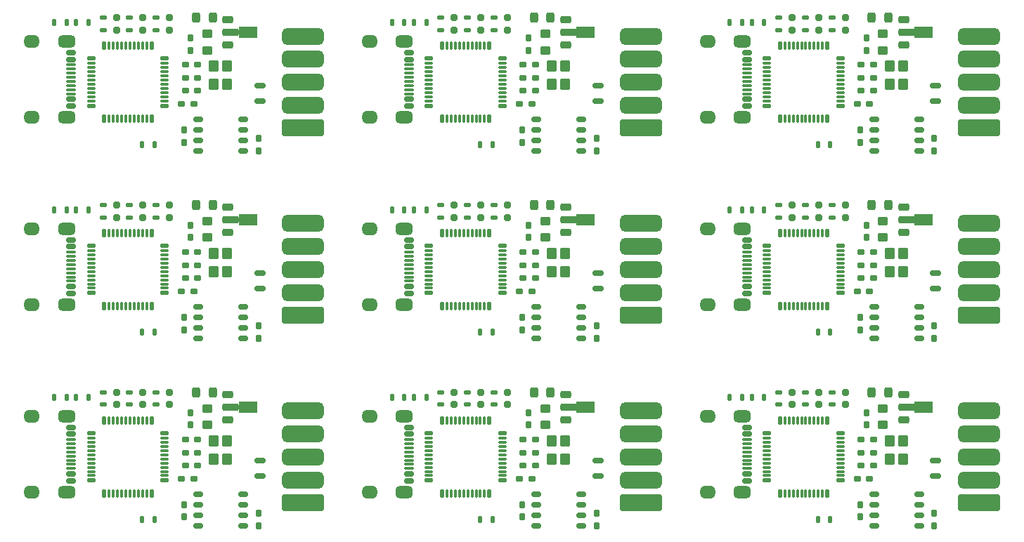
<source format=gtp>
%TF.GenerationSoftware,KiCad,Pcbnew,7.0.5*%
%TF.CreationDate,2023-06-23T14:23:01+02:00*%
%TF.ProjectId,candleLightfd-S01_3x3,63616e64-6c65-44c6-9967-687466642d53,R01*%
%TF.SameCoordinates,PX54d44f0PY5fbfb80*%
%TF.FileFunction,Paste,Top*%
%TF.FilePolarity,Positive*%
%FSLAX46Y46*%
G04 Gerber Fmt 4.6, Leading zero omitted, Abs format (unit mm)*
G04 Created by KiCad (PCBNEW 7.0.5) date 2023-06-23 14:23:01*
%MOMM*%
%LPD*%
G01*
G04 APERTURE LIST*
G04 Aperture macros list*
%AMRoundRect*
0 Rectangle with rounded corners*
0 $1 Rounding radius*
0 $2 $3 $4 $5 $6 $7 $8 $9 X,Y pos of 4 corners*
0 Add a 4 corners polygon primitive as box body*
4,1,4,$2,$3,$4,$5,$6,$7,$8,$9,$2,$3,0*
0 Add four circle primitives for the rounded corners*
1,1,$1+$1,$2,$3*
1,1,$1+$1,$4,$5*
1,1,$1+$1,$6,$7*
1,1,$1+$1,$8,$9*
0 Add four rect primitives between the rounded corners*
20,1,$1+$1,$2,$3,$4,$5,0*
20,1,$1+$1,$4,$5,$6,$7,0*
20,1,$1+$1,$6,$7,$8,$9,0*
20,1,$1+$1,$8,$9,$2,$3,0*%
G04 Aperture macros list end*
%ADD10RoundRect,0.125000X0.125000X0.325000X-0.125000X0.325000X-0.125000X-0.325000X0.125000X-0.325000X0*%
%ADD11RoundRect,0.187500X0.212500X0.187500X-0.212500X0.187500X-0.212500X-0.187500X0.212500X-0.187500X0*%
%ADD12RoundRect,0.125000X-0.325000X0.125000X-0.325000X-0.125000X0.325000X-0.125000X0.325000X0.125000X0*%
%ADD13RoundRect,0.499500X-0.550500X0.250500X-0.550500X-0.250500X0.550500X-0.250500X0.550500X0.250500X0*%
%ADD14RoundRect,0.499500X-0.400500X0.250500X-0.400500X-0.250500X0.400500X-0.250500X0.400500X0.250500X0*%
%ADD15RoundRect,0.150000X-0.425000X0.150000X-0.425000X-0.150000X0.425000X-0.150000X0.425000X0.150000X0*%
%ADD16RoundRect,0.075000X-0.500000X0.075000X-0.500000X-0.075000X0.500000X-0.075000X0.500000X0.075000X0*%
%ADD17RoundRect,0.200000X-2.300000X0.800000X-2.300000X-0.800000X2.300000X-0.800000X2.300000X0.800000X0*%
%ADD18RoundRect,0.500000X-2.000000X0.500000X-2.000000X-0.500000X2.000000X-0.500000X2.000000X0.500000X0*%
%ADD19RoundRect,0.187500X0.187500X-0.212500X0.187500X0.212500X-0.187500X0.212500X-0.187500X-0.212500X0*%
%ADD20RoundRect,0.187500X-0.212500X-0.187500X0.212500X-0.187500X0.212500X0.187500X-0.212500X0.187500X0*%
%ADD21RoundRect,0.150000X-0.420000X-0.150000X0.420000X-0.150000X0.420000X0.150000X-0.420000X0.150000X0*%
%ADD22RoundRect,0.199390X-0.199390X0.199390X-0.199390X-0.199390X0.199390X-0.199390X0.199390X0.199390X0*%
%ADD23RoundRect,0.125000X-0.125000X-0.325000X0.125000X-0.325000X0.125000X0.325000X-0.125000X0.325000X0*%
%ADD24RoundRect,0.250000X0.375000X-0.250000X0.375000X0.250000X-0.375000X0.250000X-0.375000X-0.250000X0*%
%ADD25RoundRect,0.115000X-0.460000X0.585000X-0.460000X-0.585000X0.460000X-0.585000X0.460000X0.585000X0*%
%ADD26RoundRect,0.125000X0.125000X-0.375000X0.125000X0.375000X-0.125000X0.375000X-0.125000X-0.375000X0*%
%ADD27RoundRect,0.070000X0.070000X-0.430000X0.070000X0.430000X-0.070000X0.430000X-0.070000X-0.430000X0*%
%ADD28RoundRect,0.125000X-0.375000X-0.125000X0.375000X-0.125000X0.375000X0.125000X-0.375000X0.125000X0*%
%ADD29RoundRect,0.125000X0.375000X0.125000X-0.375000X0.125000X-0.375000X-0.125000X0.375000X-0.125000X0*%
%ADD30RoundRect,0.070000X-0.430000X-0.070000X0.430000X-0.070000X0.430000X0.070000X-0.430000X0.070000X0*%
%ADD31RoundRect,0.070000X0.430000X0.070000X-0.430000X0.070000X-0.430000X-0.070000X0.430000X-0.070000X0*%
%ADD32RoundRect,0.125000X-0.125000X0.375000X-0.125000X-0.375000X0.125000X-0.375000X0.125000X0.375000X0*%
%ADD33RoundRect,0.070000X-0.070000X0.430000X-0.070000X-0.430000X0.070000X-0.430000X0.070000X0.430000X0*%
%ADD34RoundRect,0.225000X-0.425000X-0.225000X0.425000X-0.225000X0.425000X0.225000X-0.425000X0.225000X0*%
%ADD35RoundRect,0.225000X-0.775000X-0.225000X0.775000X-0.225000X0.775000X0.225000X-0.775000X0.225000X0*%
%ADD36RoundRect,0.000000X-1.093750X-0.606550X1.093750X-0.606550X1.093750X0.606550X-1.093750X0.606550X0*%
%ADD37RoundRect,0.175000X-0.475000X0.175000X-0.475000X-0.175000X0.475000X-0.175000X0.475000X0.175000X0*%
%ADD38RoundRect,0.250000X0.250000X0.375000X-0.250000X0.375000X-0.250000X-0.375000X0.250000X-0.375000X0*%
G04 APERTURE END LIST*
D10*
%TO.C,R2*%
X90650000Y70000000D03*
X89150000Y70000000D03*
%TD*%
D11*
%TO.C,C2*%
X22400000Y42300000D03*
X20900000Y42300000D03*
%TD*%
D12*
%TO.C,R5*%
X11000000Y25400000D03*
X11000000Y23900000D03*
%TD*%
%TO.C,R3*%
X95600000Y70600000D03*
X95600000Y69100000D03*
%TD*%
D13*
%TO.C,X1*%
X6605000Y67710000D03*
D14*
X2425000Y67710000D03*
D13*
X6605000Y58590000D03*
D14*
X2425000Y58590000D03*
D15*
X7180000Y66350000D03*
X7180000Y65550000D03*
D16*
X7180000Y64400000D03*
X7180000Y63400000D03*
X7180000Y62900000D03*
X7180000Y61900000D03*
D15*
X7180000Y59950000D03*
X7180000Y60750000D03*
D16*
X7180000Y61400000D03*
X7180000Y62400000D03*
X7180000Y63900000D03*
X7180000Y64900000D03*
%TD*%
D17*
%TO.C,X2*%
X116500000Y34660000D03*
D18*
X116500000Y37430000D03*
X116500000Y40200000D03*
X116500000Y42970000D03*
X116500000Y45740000D03*
%TD*%
D19*
%TO.C,C3*%
X62250000Y21450000D03*
X62250000Y22950000D03*
%TD*%
%TO.C,C3*%
X62250000Y66650000D03*
X62250000Y68150000D03*
%TD*%
D20*
%TO.C,C4*%
X20450000Y37600000D03*
X21950000Y37600000D03*
%TD*%
D17*
%TO.C,X2*%
X75800000Y34660000D03*
D18*
X75800000Y37430000D03*
X75800000Y40200000D03*
X75800000Y42970000D03*
X75800000Y45740000D03*
%TD*%
D21*
%TO.C,U3*%
X22500000Y35705000D03*
X22500000Y34435000D03*
X22500000Y33165000D03*
X22500000Y31895000D03*
X27900000Y31895000D03*
X27900000Y33165000D03*
X27900000Y34435000D03*
X27900000Y35705000D03*
%TD*%
D22*
%TO.C,D1*%
X56500000Y70599300D03*
X56500000Y69100700D03*
%TD*%
D10*
%TO.C,R6*%
X57900000Y55250000D03*
X56400000Y55250000D03*
%TD*%
D17*
%TO.C,X2*%
X75800000Y12060000D03*
D18*
X75800000Y14830000D03*
X75800000Y17600000D03*
X75800000Y20370000D03*
X75800000Y23140000D03*
%TD*%
D23*
%TO.C,R1*%
X86500000Y47400000D03*
X88000000Y47400000D03*
%TD*%
D24*
%TO.C,C7*%
X64250000Y44050000D03*
X64250000Y46050000D03*
%TD*%
D21*
%TO.C,U3*%
X63200000Y58305000D03*
X63200000Y57035000D03*
X63200000Y55765000D03*
X63200000Y54495000D03*
X68600000Y54495000D03*
X68600000Y55765000D03*
X68600000Y57035000D03*
X68600000Y58305000D03*
%TD*%
D20*
%TO.C,C4*%
X101850000Y60200000D03*
X103350000Y60200000D03*
%TD*%
D11*
%TO.C,C1*%
X63100000Y63300000D03*
X61600000Y63300000D03*
%TD*%
D25*
%TO.C,Y1*%
X105750000Y19550000D03*
X105750000Y17350000D03*
X107350000Y17350000D03*
X107350000Y19550000D03*
%TD*%
D26*
%TO.C,U1*%
X11160000Y13175000D03*
D27*
X11750000Y13175000D03*
X12250000Y13175000D03*
X12750000Y13175000D03*
X13250000Y13175000D03*
X13750000Y13175000D03*
X14250000Y13175000D03*
X14750000Y13175000D03*
X15250000Y13175000D03*
X15750000Y13175000D03*
X16250000Y13175000D03*
D26*
X16840000Y13175000D03*
D28*
X9575000Y14760000D03*
D29*
X18425000Y14760000D03*
D30*
X9575000Y15350000D03*
D31*
X18425000Y15350000D03*
D30*
X9575000Y15850000D03*
D31*
X18425000Y15850000D03*
D30*
X9575000Y16350000D03*
D31*
X18425000Y16350000D03*
D30*
X9575000Y16850000D03*
D31*
X18425000Y16850000D03*
D30*
X9575000Y17350000D03*
D31*
X18425000Y17350000D03*
D30*
X9575000Y17850000D03*
D31*
X18425000Y17850000D03*
D30*
X9575000Y18350000D03*
D31*
X18425000Y18350000D03*
D30*
X9575000Y18850000D03*
D31*
X18425000Y18850000D03*
D30*
X9575000Y19350000D03*
D31*
X18425000Y19350000D03*
D30*
X9575000Y19850000D03*
D31*
X18425000Y19850000D03*
D28*
X9575000Y20440000D03*
D29*
X18425000Y20440000D03*
D32*
X11160000Y22025000D03*
D33*
X11750000Y22025000D03*
X12250000Y22025000D03*
X12750000Y22025000D03*
X13250000Y22025000D03*
X13750000Y22025000D03*
X14250000Y22025000D03*
X14750000Y22025000D03*
X15250000Y22025000D03*
X15750000Y22025000D03*
X16250000Y22025000D03*
D32*
X16840000Y22025000D03*
%TD*%
D11*
%TO.C,C2*%
X103800000Y42300000D03*
X102300000Y42300000D03*
%TD*%
D12*
%TO.C,R4*%
X98800000Y70600000D03*
X98800000Y69100000D03*
%TD*%
D11*
%TO.C,C2*%
X103800000Y64900000D03*
X102300000Y64900000D03*
%TD*%
D34*
%TO.C,U2*%
X66750000Y25100000D03*
D35*
X67100000Y23600000D03*
D36*
X69137500Y23600000D03*
D34*
X66750000Y22100000D03*
%TD*%
D22*
%TO.C,D2*%
X19000000Y25399300D03*
X19000000Y23900700D03*
%TD*%
D12*
%TO.C,R5*%
X92400000Y25400000D03*
X92400000Y23900000D03*
%TD*%
D25*
%TO.C,Y1*%
X65050000Y19550000D03*
X65050000Y17350000D03*
X66650000Y17350000D03*
X66650000Y19550000D03*
%TD*%
D10*
%TO.C,R2*%
X9250000Y24800000D03*
X7750000Y24800000D03*
%TD*%
D21*
%TO.C,U3*%
X63200000Y13105000D03*
X63200000Y11835000D03*
X63200000Y10565000D03*
X63200000Y9295000D03*
X68600000Y9295000D03*
X68600000Y10565000D03*
X68600000Y11835000D03*
X68600000Y13105000D03*
%TD*%
D34*
%TO.C,U2*%
X26050000Y70300000D03*
D35*
X26400000Y68800000D03*
D36*
X28437500Y68800000D03*
D34*
X26050000Y67300000D03*
%TD*%
D22*
%TO.C,D2*%
X100400000Y25399300D03*
X100400000Y23900700D03*
%TD*%
D37*
%TO.C,R7*%
X29900000Y62400000D03*
X29900000Y60500000D03*
%TD*%
D10*
%TO.C,R6*%
X17200000Y55250000D03*
X15700000Y55250000D03*
%TD*%
%TO.C,R2*%
X49950000Y70000000D03*
X48450000Y70000000D03*
%TD*%
D12*
%TO.C,R3*%
X95600000Y25400000D03*
X95600000Y23900000D03*
%TD*%
D22*
%TO.C,D2*%
X59700000Y47999300D03*
X59700000Y46500700D03*
%TD*%
D19*
%TO.C,C3*%
X102950000Y44050000D03*
X102950000Y45550000D03*
%TD*%
D11*
%TO.C,C1*%
X103800000Y18100000D03*
X102300000Y18100000D03*
%TD*%
D34*
%TO.C,U2*%
X26050000Y47700000D03*
D35*
X26400000Y46200000D03*
D36*
X28437500Y46200000D03*
D34*
X26050000Y44700000D03*
%TD*%
D12*
%TO.C,R4*%
X17400000Y25400000D03*
X17400000Y23900000D03*
%TD*%
D19*
%TO.C,C10*%
X20800000Y32950000D03*
X20800000Y34450000D03*
%TD*%
D12*
%TO.C,R5*%
X92400000Y70600000D03*
X92400000Y69100000D03*
%TD*%
D10*
%TO.C,R6*%
X98600000Y32650000D03*
X97100000Y32650000D03*
%TD*%
D12*
%TO.C,R5*%
X51700000Y70600000D03*
X51700000Y69100000D03*
%TD*%
D21*
%TO.C,U3*%
X22500000Y13105000D03*
X22500000Y11835000D03*
X22500000Y10565000D03*
X22500000Y9295000D03*
X27900000Y9295000D03*
X27900000Y10565000D03*
X27900000Y11835000D03*
X27900000Y13105000D03*
%TD*%
D38*
%TO.C,C6*%
X64900000Y47950000D03*
X62900000Y47950000D03*
%TD*%
D25*
%TO.C,Y1*%
X105750000Y64750000D03*
X105750000Y62550000D03*
X107350000Y62550000D03*
X107350000Y64750000D03*
%TD*%
D22*
%TO.C,D1*%
X15800000Y25399300D03*
X15800000Y23900700D03*
%TD*%
D25*
%TO.C,Y1*%
X65050000Y64750000D03*
X65050000Y62550000D03*
X66650000Y62550000D03*
X66650000Y64750000D03*
%TD*%
D17*
%TO.C,X2*%
X35100000Y57260000D03*
D18*
X35100000Y60030000D03*
X35100000Y62800000D03*
X35100000Y65570000D03*
X35100000Y68340000D03*
%TD*%
D19*
%TO.C,C10*%
X20800000Y55550000D03*
X20800000Y57050000D03*
%TD*%
D12*
%TO.C,R4*%
X58100000Y48000000D03*
X58100000Y46500000D03*
%TD*%
%TO.C,R5*%
X92400000Y48000000D03*
X92400000Y46500000D03*
%TD*%
D22*
%TO.C,D3*%
X53300000Y47999300D03*
X53300000Y46500700D03*
%TD*%
D17*
%TO.C,X2*%
X75800000Y57260000D03*
D18*
X75800000Y60030000D03*
X75800000Y62800000D03*
X75800000Y65570000D03*
X75800000Y68340000D03*
%TD*%
D37*
%TO.C,R7*%
X70600000Y62400000D03*
X70600000Y60500000D03*
%TD*%
%TO.C,R7*%
X111300000Y39800000D03*
X111300000Y37900000D03*
%TD*%
D17*
%TO.C,X2*%
X116500000Y57260000D03*
D18*
X116500000Y60030000D03*
X116500000Y62800000D03*
X116500000Y65570000D03*
X116500000Y68340000D03*
%TD*%
D22*
%TO.C,D3*%
X53300000Y70599300D03*
X53300000Y69100700D03*
%TD*%
D12*
%TO.C,R3*%
X14200000Y70600000D03*
X14200000Y69100000D03*
%TD*%
D37*
%TO.C,R7*%
X29900000Y39800000D03*
X29900000Y37900000D03*
%TD*%
D21*
%TO.C,U3*%
X63200000Y35705000D03*
X63200000Y34435000D03*
X63200000Y33165000D03*
X63200000Y31895000D03*
X68600000Y31895000D03*
X68600000Y33165000D03*
X68600000Y34435000D03*
X68600000Y35705000D03*
%TD*%
D13*
%TO.C,X1*%
X6605000Y22510000D03*
D14*
X2425000Y22510000D03*
D13*
X6605000Y13390000D03*
D14*
X2425000Y13390000D03*
D15*
X7180000Y21150000D03*
X7180000Y20350000D03*
D16*
X7180000Y19200000D03*
X7180000Y18200000D03*
X7180000Y17700000D03*
X7180000Y16700000D03*
D15*
X7180000Y14750000D03*
X7180000Y15550000D03*
D16*
X7180000Y16200000D03*
X7180000Y17200000D03*
X7180000Y18700000D03*
X7180000Y19700000D03*
%TD*%
D34*
%TO.C,U2*%
X107450000Y25100000D03*
D35*
X107800000Y23600000D03*
D36*
X109837500Y23600000D03*
D34*
X107450000Y22100000D03*
%TD*%
D37*
%TO.C,R7*%
X29900000Y17200000D03*
X29900000Y15300000D03*
%TD*%
D24*
%TO.C,C7*%
X104950000Y44050000D03*
X104950000Y46050000D03*
%TD*%
D22*
%TO.C,D2*%
X19000000Y47999300D03*
X19000000Y46500700D03*
%TD*%
D10*
%TO.C,R2*%
X9250000Y47400000D03*
X7750000Y47400000D03*
%TD*%
D20*
%TO.C,C5*%
X102300000Y61750000D03*
X103800000Y61750000D03*
%TD*%
%TO.C,C4*%
X61150000Y37600000D03*
X62650000Y37600000D03*
%TD*%
D19*
%TO.C,C8*%
X29750000Y9300000D03*
X29750000Y10800000D03*
%TD*%
D34*
%TO.C,U2*%
X66750000Y47700000D03*
D35*
X67100000Y46200000D03*
D36*
X69137500Y46200000D03*
D34*
X66750000Y44700000D03*
%TD*%
D17*
%TO.C,X2*%
X35100000Y34660000D03*
D18*
X35100000Y37430000D03*
X35100000Y40200000D03*
X35100000Y42970000D03*
X35100000Y45740000D03*
%TD*%
D26*
%TO.C,U1*%
X92560000Y13175000D03*
D27*
X93150000Y13175000D03*
X93650000Y13175000D03*
X94150000Y13175000D03*
X94650000Y13175000D03*
X95150000Y13175000D03*
X95650000Y13175000D03*
X96150000Y13175000D03*
X96650000Y13175000D03*
X97150000Y13175000D03*
X97650000Y13175000D03*
D26*
X98240000Y13175000D03*
D28*
X90975000Y14760000D03*
D29*
X99825000Y14760000D03*
D30*
X90975000Y15350000D03*
D31*
X99825000Y15350000D03*
D30*
X90975000Y15850000D03*
D31*
X99825000Y15850000D03*
D30*
X90975000Y16350000D03*
D31*
X99825000Y16350000D03*
D30*
X90975000Y16850000D03*
D31*
X99825000Y16850000D03*
D30*
X90975000Y17350000D03*
D31*
X99825000Y17350000D03*
D30*
X90975000Y17850000D03*
D31*
X99825000Y17850000D03*
D30*
X90975000Y18350000D03*
D31*
X99825000Y18350000D03*
D30*
X90975000Y18850000D03*
D31*
X99825000Y18850000D03*
D30*
X90975000Y19350000D03*
D31*
X99825000Y19350000D03*
D30*
X90975000Y19850000D03*
D31*
X99825000Y19850000D03*
D28*
X90975000Y20440000D03*
D29*
X99825000Y20440000D03*
D32*
X92560000Y22025000D03*
D33*
X93150000Y22025000D03*
X93650000Y22025000D03*
X94150000Y22025000D03*
X94650000Y22025000D03*
X95150000Y22025000D03*
X95650000Y22025000D03*
X96150000Y22025000D03*
X96650000Y22025000D03*
X97150000Y22025000D03*
X97650000Y22025000D03*
D32*
X98240000Y22025000D03*
%TD*%
D19*
%TO.C,C3*%
X21550000Y44050000D03*
X21550000Y45550000D03*
%TD*%
D37*
%TO.C,R7*%
X70600000Y39800000D03*
X70600000Y37900000D03*
%TD*%
D38*
%TO.C,C6*%
X105600000Y47950000D03*
X103600000Y47950000D03*
%TD*%
D12*
%TO.C,R3*%
X54900000Y70600000D03*
X54900000Y69100000D03*
%TD*%
D10*
%TO.C,R6*%
X17200000Y32650000D03*
X15700000Y32650000D03*
%TD*%
D21*
%TO.C,U3*%
X22500000Y58305000D03*
X22500000Y57035000D03*
X22500000Y55765000D03*
X22500000Y54495000D03*
X27900000Y54495000D03*
X27900000Y55765000D03*
X27900000Y57035000D03*
X27900000Y58305000D03*
%TD*%
D22*
%TO.C,D2*%
X59700000Y25399300D03*
X59700000Y23900700D03*
%TD*%
D12*
%TO.C,R4*%
X17400000Y70600000D03*
X17400000Y69100000D03*
%TD*%
D37*
%TO.C,R7*%
X70600000Y17200000D03*
X70600000Y15300000D03*
%TD*%
D20*
%TO.C,C5*%
X102300000Y16550000D03*
X103800000Y16550000D03*
%TD*%
D10*
%TO.C,R6*%
X57900000Y10050000D03*
X56400000Y10050000D03*
%TD*%
D19*
%TO.C,C10*%
X102200000Y10350000D03*
X102200000Y11850000D03*
%TD*%
D20*
%TO.C,C5*%
X20900000Y16550000D03*
X22400000Y16550000D03*
%TD*%
D21*
%TO.C,U3*%
X103900000Y58305000D03*
X103900000Y57035000D03*
X103900000Y55765000D03*
X103900000Y54495000D03*
X109300000Y54495000D03*
X109300000Y55765000D03*
X109300000Y57035000D03*
X109300000Y58305000D03*
%TD*%
D12*
%TO.C,R4*%
X17400000Y48000000D03*
X17400000Y46500000D03*
%TD*%
D20*
%TO.C,C5*%
X102300000Y39150000D03*
X103800000Y39150000D03*
%TD*%
D11*
%TO.C,C1*%
X22400000Y18100000D03*
X20900000Y18100000D03*
%TD*%
D13*
%TO.C,X1*%
X88005000Y45110000D03*
D14*
X83825000Y45110000D03*
D13*
X88005000Y35990000D03*
D14*
X83825000Y35990000D03*
D15*
X88580000Y43750000D03*
X88580000Y42950000D03*
D16*
X88580000Y41800000D03*
X88580000Y40800000D03*
X88580000Y40300000D03*
X88580000Y39300000D03*
D15*
X88580000Y37350000D03*
X88580000Y38150000D03*
D16*
X88580000Y38800000D03*
X88580000Y39800000D03*
X88580000Y41300000D03*
X88580000Y42300000D03*
%TD*%
D38*
%TO.C,C6*%
X64900000Y70550000D03*
X62900000Y70550000D03*
%TD*%
D22*
%TO.C,D1*%
X56500000Y25399300D03*
X56500000Y23900700D03*
%TD*%
D12*
%TO.C,R5*%
X51700000Y48000000D03*
X51700000Y46500000D03*
%TD*%
D20*
%TO.C,C5*%
X20900000Y61750000D03*
X22400000Y61750000D03*
%TD*%
D22*
%TO.C,D3*%
X12600000Y47999300D03*
X12600000Y46500700D03*
%TD*%
D19*
%TO.C,C3*%
X102950000Y21450000D03*
X102950000Y22950000D03*
%TD*%
D20*
%TO.C,C4*%
X61150000Y15000000D03*
X62650000Y15000000D03*
%TD*%
D38*
%TO.C,C6*%
X24200000Y25350000D03*
X22200000Y25350000D03*
%TD*%
D13*
%TO.C,X1*%
X47305000Y22510000D03*
D14*
X43125000Y22510000D03*
D13*
X47305000Y13390000D03*
D14*
X43125000Y13390000D03*
D15*
X47880000Y21150000D03*
X47880000Y20350000D03*
D16*
X47880000Y19200000D03*
X47880000Y18200000D03*
X47880000Y17700000D03*
X47880000Y16700000D03*
D15*
X47880000Y14750000D03*
X47880000Y15550000D03*
D16*
X47880000Y16200000D03*
X47880000Y17200000D03*
X47880000Y18700000D03*
X47880000Y19700000D03*
%TD*%
D22*
%TO.C,D3*%
X94000000Y47999300D03*
X94000000Y46500700D03*
%TD*%
D13*
%TO.C,X1*%
X47305000Y67710000D03*
D14*
X43125000Y67710000D03*
D13*
X47305000Y58590000D03*
D14*
X43125000Y58590000D03*
D15*
X47880000Y66350000D03*
X47880000Y65550000D03*
D16*
X47880000Y64400000D03*
X47880000Y63400000D03*
X47880000Y62900000D03*
X47880000Y61900000D03*
D15*
X47880000Y59950000D03*
X47880000Y60750000D03*
D16*
X47880000Y61400000D03*
X47880000Y62400000D03*
X47880000Y63900000D03*
X47880000Y64900000D03*
%TD*%
D13*
%TO.C,X1*%
X6605000Y45110000D03*
D14*
X2425000Y45110000D03*
D13*
X6605000Y35990000D03*
D14*
X2425000Y35990000D03*
D15*
X7180000Y43750000D03*
X7180000Y42950000D03*
D16*
X7180000Y41800000D03*
X7180000Y40800000D03*
X7180000Y40300000D03*
X7180000Y39300000D03*
D15*
X7180000Y37350000D03*
X7180000Y38150000D03*
D16*
X7180000Y38800000D03*
X7180000Y39800000D03*
X7180000Y41300000D03*
X7180000Y42300000D03*
%TD*%
D10*
%TO.C,R2*%
X90650000Y47400000D03*
X89150000Y47400000D03*
%TD*%
D12*
%TO.C,R4*%
X98800000Y25400000D03*
X98800000Y23900000D03*
%TD*%
D25*
%TO.C,Y1*%
X24350000Y64750000D03*
X24350000Y62550000D03*
X25950000Y62550000D03*
X25950000Y64750000D03*
%TD*%
D11*
%TO.C,C1*%
X22400000Y63300000D03*
X20900000Y63300000D03*
%TD*%
D20*
%TO.C,C4*%
X101850000Y15000000D03*
X103350000Y15000000D03*
%TD*%
D11*
%TO.C,C1*%
X103800000Y40700000D03*
X102300000Y40700000D03*
%TD*%
D34*
%TO.C,U2*%
X107450000Y70300000D03*
D35*
X107800000Y68800000D03*
D36*
X109837500Y68800000D03*
D34*
X107450000Y67300000D03*
%TD*%
D11*
%TO.C,C2*%
X63100000Y42300000D03*
X61600000Y42300000D03*
%TD*%
D19*
%TO.C,C3*%
X21550000Y21450000D03*
X21550000Y22950000D03*
%TD*%
D24*
%TO.C,C7*%
X104950000Y21450000D03*
X104950000Y23450000D03*
%TD*%
D11*
%TO.C,C2*%
X63100000Y19700000D03*
X61600000Y19700000D03*
%TD*%
D20*
%TO.C,C5*%
X61600000Y16550000D03*
X63100000Y16550000D03*
%TD*%
D22*
%TO.C,D3*%
X94000000Y70599300D03*
X94000000Y69100700D03*
%TD*%
D12*
%TO.C,R3*%
X54900000Y25400000D03*
X54900000Y23900000D03*
%TD*%
D26*
%TO.C,U1*%
X11160000Y58375000D03*
D27*
X11750000Y58375000D03*
X12250000Y58375000D03*
X12750000Y58375000D03*
X13250000Y58375000D03*
X13750000Y58375000D03*
X14250000Y58375000D03*
X14750000Y58375000D03*
X15250000Y58375000D03*
X15750000Y58375000D03*
X16250000Y58375000D03*
D26*
X16840000Y58375000D03*
D28*
X9575000Y59960000D03*
D29*
X18425000Y59960000D03*
D30*
X9575000Y60550000D03*
D31*
X18425000Y60550000D03*
D30*
X9575000Y61050000D03*
D31*
X18425000Y61050000D03*
D30*
X9575000Y61550000D03*
D31*
X18425000Y61550000D03*
D30*
X9575000Y62050000D03*
D31*
X18425000Y62050000D03*
D30*
X9575000Y62550000D03*
D31*
X18425000Y62550000D03*
D30*
X9575000Y63050000D03*
D31*
X18425000Y63050000D03*
D30*
X9575000Y63550000D03*
D31*
X18425000Y63550000D03*
D30*
X9575000Y64050000D03*
D31*
X18425000Y64050000D03*
D30*
X9575000Y64550000D03*
D31*
X18425000Y64550000D03*
D30*
X9575000Y65050000D03*
D31*
X18425000Y65050000D03*
D28*
X9575000Y65640000D03*
D29*
X18425000Y65640000D03*
D32*
X11160000Y67225000D03*
D33*
X11750000Y67225000D03*
X12250000Y67225000D03*
X12750000Y67225000D03*
X13250000Y67225000D03*
X13750000Y67225000D03*
X14250000Y67225000D03*
X14750000Y67225000D03*
X15250000Y67225000D03*
X15750000Y67225000D03*
X16250000Y67225000D03*
D32*
X16840000Y67225000D03*
%TD*%
D17*
%TO.C,X2*%
X35100000Y12060000D03*
D18*
X35100000Y14830000D03*
X35100000Y17600000D03*
X35100000Y20370000D03*
X35100000Y23140000D03*
%TD*%
D22*
%TO.C,D3*%
X12600000Y70599300D03*
X12600000Y69100700D03*
%TD*%
%TO.C,D3*%
X12600000Y25399300D03*
X12600000Y23900700D03*
%TD*%
D34*
%TO.C,U2*%
X107450000Y47700000D03*
D35*
X107800000Y46200000D03*
D36*
X109837500Y46200000D03*
D34*
X107450000Y44700000D03*
%TD*%
D23*
%TO.C,R1*%
X45800000Y70000000D03*
X47300000Y70000000D03*
%TD*%
D12*
%TO.C,R4*%
X98800000Y48000000D03*
X98800000Y46500000D03*
%TD*%
D22*
%TO.C,D1*%
X15800000Y70599300D03*
X15800000Y69100700D03*
%TD*%
D11*
%TO.C,C2*%
X22400000Y64900000D03*
X20900000Y64900000D03*
%TD*%
D10*
%TO.C,R6*%
X98600000Y10050000D03*
X97100000Y10050000D03*
%TD*%
D20*
%TO.C,C5*%
X61600000Y61750000D03*
X63100000Y61750000D03*
%TD*%
D17*
%TO.C,X2*%
X116500000Y12060000D03*
D18*
X116500000Y14830000D03*
X116500000Y17600000D03*
X116500000Y20370000D03*
X116500000Y23140000D03*
%TD*%
D22*
%TO.C,D2*%
X19000000Y70599300D03*
X19000000Y69100700D03*
%TD*%
D20*
%TO.C,C4*%
X20450000Y15000000D03*
X21950000Y15000000D03*
%TD*%
D24*
%TO.C,C7*%
X23550000Y44050000D03*
X23550000Y46050000D03*
%TD*%
D12*
%TO.C,R3*%
X14200000Y48000000D03*
X14200000Y46500000D03*
%TD*%
D23*
%TO.C,R1*%
X86500000Y24800000D03*
X88000000Y24800000D03*
%TD*%
D20*
%TO.C,C5*%
X20900000Y39150000D03*
X22400000Y39150000D03*
%TD*%
D10*
%TO.C,R2*%
X49950000Y47400000D03*
X48450000Y47400000D03*
%TD*%
D23*
%TO.C,R1*%
X45800000Y24800000D03*
X47300000Y24800000D03*
%TD*%
%TO.C,R1*%
X86500000Y70000000D03*
X88000000Y70000000D03*
%TD*%
D38*
%TO.C,C6*%
X24200000Y70550000D03*
X22200000Y70550000D03*
%TD*%
D19*
%TO.C,C10*%
X20800000Y10350000D03*
X20800000Y11850000D03*
%TD*%
D25*
%TO.C,Y1*%
X105750000Y42150000D03*
X105750000Y39950000D03*
X107350000Y39950000D03*
X107350000Y42150000D03*
%TD*%
D26*
%TO.C,U1*%
X51860000Y13175000D03*
D27*
X52450000Y13175000D03*
X52950000Y13175000D03*
X53450000Y13175000D03*
X53950000Y13175000D03*
X54450000Y13175000D03*
X54950000Y13175000D03*
X55450000Y13175000D03*
X55950000Y13175000D03*
X56450000Y13175000D03*
X56950000Y13175000D03*
D26*
X57540000Y13175000D03*
D28*
X50275000Y14760000D03*
D29*
X59125000Y14760000D03*
D30*
X50275000Y15350000D03*
D31*
X59125000Y15350000D03*
D30*
X50275000Y15850000D03*
D31*
X59125000Y15850000D03*
D30*
X50275000Y16350000D03*
D31*
X59125000Y16350000D03*
D30*
X50275000Y16850000D03*
D31*
X59125000Y16850000D03*
D30*
X50275000Y17350000D03*
D31*
X59125000Y17350000D03*
D30*
X50275000Y17850000D03*
D31*
X59125000Y17850000D03*
D30*
X50275000Y18350000D03*
D31*
X59125000Y18350000D03*
D30*
X50275000Y18850000D03*
D31*
X59125000Y18850000D03*
D30*
X50275000Y19350000D03*
D31*
X59125000Y19350000D03*
D30*
X50275000Y19850000D03*
D31*
X59125000Y19850000D03*
D28*
X50275000Y20440000D03*
D29*
X59125000Y20440000D03*
D32*
X51860000Y22025000D03*
D33*
X52450000Y22025000D03*
X52950000Y22025000D03*
X53450000Y22025000D03*
X53950000Y22025000D03*
X54450000Y22025000D03*
X54950000Y22025000D03*
X55450000Y22025000D03*
X55950000Y22025000D03*
X56450000Y22025000D03*
X56950000Y22025000D03*
D32*
X57540000Y22025000D03*
%TD*%
D23*
%TO.C,R1*%
X5100000Y70000000D03*
X6600000Y70000000D03*
%TD*%
D34*
%TO.C,U2*%
X26050000Y25100000D03*
D35*
X26400000Y23600000D03*
D36*
X28437500Y23600000D03*
D34*
X26050000Y22100000D03*
%TD*%
D19*
%TO.C,C10*%
X61500000Y32950000D03*
X61500000Y34450000D03*
%TD*%
D22*
%TO.C,D3*%
X53300000Y25399300D03*
X53300000Y23900700D03*
%TD*%
D19*
%TO.C,C10*%
X61500000Y55550000D03*
X61500000Y57050000D03*
%TD*%
D20*
%TO.C,C4*%
X61150000Y60200000D03*
X62650000Y60200000D03*
%TD*%
D19*
%TO.C,C8*%
X29750000Y31900000D03*
X29750000Y33400000D03*
%TD*%
D10*
%TO.C,R6*%
X17200000Y10050000D03*
X15700000Y10050000D03*
%TD*%
D13*
%TO.C,X1*%
X88005000Y22510000D03*
D14*
X83825000Y22510000D03*
D13*
X88005000Y13390000D03*
D14*
X83825000Y13390000D03*
D15*
X88580000Y21150000D03*
X88580000Y20350000D03*
D16*
X88580000Y19200000D03*
X88580000Y18200000D03*
X88580000Y17700000D03*
X88580000Y16700000D03*
D15*
X88580000Y14750000D03*
X88580000Y15550000D03*
D16*
X88580000Y16200000D03*
X88580000Y17200000D03*
X88580000Y18700000D03*
X88580000Y19700000D03*
%TD*%
D19*
%TO.C,C3*%
X102950000Y66650000D03*
X102950000Y68150000D03*
%TD*%
D13*
%TO.C,X1*%
X47305000Y45110000D03*
D14*
X43125000Y45110000D03*
D13*
X47305000Y35990000D03*
D14*
X43125000Y35990000D03*
D15*
X47880000Y43750000D03*
X47880000Y42950000D03*
D16*
X47880000Y41800000D03*
X47880000Y40800000D03*
X47880000Y40300000D03*
X47880000Y39300000D03*
D15*
X47880000Y37350000D03*
X47880000Y38150000D03*
D16*
X47880000Y38800000D03*
X47880000Y39800000D03*
X47880000Y41300000D03*
X47880000Y42300000D03*
%TD*%
D10*
%TO.C,R2*%
X9250000Y70000000D03*
X7750000Y70000000D03*
%TD*%
D19*
%TO.C,C8*%
X70450000Y9300000D03*
X70450000Y10800000D03*
%TD*%
%TO.C,C8*%
X111150000Y31900000D03*
X111150000Y33400000D03*
%TD*%
%TO.C,C10*%
X102200000Y32950000D03*
X102200000Y34450000D03*
%TD*%
D38*
%TO.C,C6*%
X105600000Y70550000D03*
X103600000Y70550000D03*
%TD*%
D21*
%TO.C,U3*%
X103900000Y13105000D03*
X103900000Y11835000D03*
X103900000Y10565000D03*
X103900000Y9295000D03*
X109300000Y9295000D03*
X109300000Y10565000D03*
X109300000Y11835000D03*
X109300000Y13105000D03*
%TD*%
D37*
%TO.C,R7*%
X111300000Y17200000D03*
X111300000Y15300000D03*
%TD*%
D12*
%TO.C,R5*%
X11000000Y48000000D03*
X11000000Y46500000D03*
%TD*%
D11*
%TO.C,C2*%
X63100000Y64900000D03*
X61600000Y64900000D03*
%TD*%
D24*
%TO.C,C7*%
X104950000Y66650000D03*
X104950000Y68650000D03*
%TD*%
D10*
%TO.C,R6*%
X57900000Y32650000D03*
X56400000Y32650000D03*
%TD*%
D26*
%TO.C,U1*%
X51860000Y58375000D03*
D27*
X52450000Y58375000D03*
X52950000Y58375000D03*
X53450000Y58375000D03*
X53950000Y58375000D03*
X54450000Y58375000D03*
X54950000Y58375000D03*
X55450000Y58375000D03*
X55950000Y58375000D03*
X56450000Y58375000D03*
X56950000Y58375000D03*
D26*
X57540000Y58375000D03*
D28*
X50275000Y59960000D03*
D29*
X59125000Y59960000D03*
D30*
X50275000Y60550000D03*
D31*
X59125000Y60550000D03*
D30*
X50275000Y61050000D03*
D31*
X59125000Y61050000D03*
D30*
X50275000Y61550000D03*
D31*
X59125000Y61550000D03*
D30*
X50275000Y62050000D03*
D31*
X59125000Y62050000D03*
D30*
X50275000Y62550000D03*
D31*
X59125000Y62550000D03*
D30*
X50275000Y63050000D03*
D31*
X59125000Y63050000D03*
D30*
X50275000Y63550000D03*
D31*
X59125000Y63550000D03*
D30*
X50275000Y64050000D03*
D31*
X59125000Y64050000D03*
D30*
X50275000Y64550000D03*
D31*
X59125000Y64550000D03*
D30*
X50275000Y65050000D03*
D31*
X59125000Y65050000D03*
D28*
X50275000Y65640000D03*
D29*
X59125000Y65640000D03*
D32*
X51860000Y67225000D03*
D33*
X52450000Y67225000D03*
X52950000Y67225000D03*
X53450000Y67225000D03*
X53950000Y67225000D03*
X54450000Y67225000D03*
X54950000Y67225000D03*
X55450000Y67225000D03*
X55950000Y67225000D03*
X56450000Y67225000D03*
X56950000Y67225000D03*
D32*
X57540000Y67225000D03*
%TD*%
D12*
%TO.C,R3*%
X95600000Y48000000D03*
X95600000Y46500000D03*
%TD*%
D23*
%TO.C,R1*%
X5100000Y47400000D03*
X6600000Y47400000D03*
%TD*%
D11*
%TO.C,C1*%
X63100000Y40700000D03*
X61600000Y40700000D03*
%TD*%
D26*
%TO.C,U1*%
X92560000Y35775000D03*
D27*
X93150000Y35775000D03*
X93650000Y35775000D03*
X94150000Y35775000D03*
X94650000Y35775000D03*
X95150000Y35775000D03*
X95650000Y35775000D03*
X96150000Y35775000D03*
X96650000Y35775000D03*
X97150000Y35775000D03*
X97650000Y35775000D03*
D26*
X98240000Y35775000D03*
D28*
X90975000Y37360000D03*
D29*
X99825000Y37360000D03*
D30*
X90975000Y37950000D03*
D31*
X99825000Y37950000D03*
D30*
X90975000Y38450000D03*
D31*
X99825000Y38450000D03*
D30*
X90975000Y38950000D03*
D31*
X99825000Y38950000D03*
D30*
X90975000Y39450000D03*
D31*
X99825000Y39450000D03*
D30*
X90975000Y39950000D03*
D31*
X99825000Y39950000D03*
D30*
X90975000Y40450000D03*
D31*
X99825000Y40450000D03*
D30*
X90975000Y40950000D03*
D31*
X99825000Y40950000D03*
D30*
X90975000Y41450000D03*
D31*
X99825000Y41450000D03*
D30*
X90975000Y41950000D03*
D31*
X99825000Y41950000D03*
D30*
X90975000Y42450000D03*
D31*
X99825000Y42450000D03*
D28*
X90975000Y43040000D03*
D29*
X99825000Y43040000D03*
D32*
X92560000Y44625000D03*
D33*
X93150000Y44625000D03*
X93650000Y44625000D03*
X94150000Y44625000D03*
X94650000Y44625000D03*
X95150000Y44625000D03*
X95650000Y44625000D03*
X96150000Y44625000D03*
X96650000Y44625000D03*
X97150000Y44625000D03*
X97650000Y44625000D03*
D32*
X98240000Y44625000D03*
%TD*%
D38*
%TO.C,C6*%
X24200000Y47950000D03*
X22200000Y47950000D03*
%TD*%
D11*
%TO.C,C1*%
X22400000Y40700000D03*
X20900000Y40700000D03*
%TD*%
D23*
%TO.C,R1*%
X45800000Y47400000D03*
X47300000Y47400000D03*
%TD*%
D19*
%TO.C,C10*%
X61500000Y10350000D03*
X61500000Y11850000D03*
%TD*%
D12*
%TO.C,R3*%
X54900000Y48000000D03*
X54900000Y46500000D03*
%TD*%
D11*
%TO.C,C2*%
X22400000Y19700000D03*
X20900000Y19700000D03*
%TD*%
D19*
%TO.C,C3*%
X62250000Y44050000D03*
X62250000Y45550000D03*
%TD*%
D24*
%TO.C,C7*%
X23550000Y66650000D03*
X23550000Y68650000D03*
%TD*%
D38*
%TO.C,C6*%
X105600000Y25350000D03*
X103600000Y25350000D03*
%TD*%
D20*
%TO.C,C4*%
X20450000Y60200000D03*
X21950000Y60200000D03*
%TD*%
D22*
%TO.C,D1*%
X15800000Y47999300D03*
X15800000Y46500700D03*
%TD*%
D26*
%TO.C,U1*%
X51860000Y35775000D03*
D27*
X52450000Y35775000D03*
X52950000Y35775000D03*
X53450000Y35775000D03*
X53950000Y35775000D03*
X54450000Y35775000D03*
X54950000Y35775000D03*
X55450000Y35775000D03*
X55950000Y35775000D03*
X56450000Y35775000D03*
X56950000Y35775000D03*
D26*
X57540000Y35775000D03*
D28*
X50275000Y37360000D03*
D29*
X59125000Y37360000D03*
D30*
X50275000Y37950000D03*
D31*
X59125000Y37950000D03*
D30*
X50275000Y38450000D03*
D31*
X59125000Y38450000D03*
D30*
X50275000Y38950000D03*
D31*
X59125000Y38950000D03*
D30*
X50275000Y39450000D03*
D31*
X59125000Y39450000D03*
D30*
X50275000Y39950000D03*
D31*
X59125000Y39950000D03*
D30*
X50275000Y40450000D03*
D31*
X59125000Y40450000D03*
D30*
X50275000Y40950000D03*
D31*
X59125000Y40950000D03*
D30*
X50275000Y41450000D03*
D31*
X59125000Y41450000D03*
D30*
X50275000Y41950000D03*
D31*
X59125000Y41950000D03*
D30*
X50275000Y42450000D03*
D31*
X59125000Y42450000D03*
D28*
X50275000Y43040000D03*
D29*
X59125000Y43040000D03*
D32*
X51860000Y44625000D03*
D33*
X52450000Y44625000D03*
X52950000Y44625000D03*
X53450000Y44625000D03*
X53950000Y44625000D03*
X54450000Y44625000D03*
X54950000Y44625000D03*
X55450000Y44625000D03*
X55950000Y44625000D03*
X56450000Y44625000D03*
X56950000Y44625000D03*
D32*
X57540000Y44625000D03*
%TD*%
D12*
%TO.C,R3*%
X14200000Y25400000D03*
X14200000Y23900000D03*
%TD*%
D10*
%TO.C,R2*%
X90650000Y24800000D03*
X89150000Y24800000D03*
%TD*%
D19*
%TO.C,C10*%
X102200000Y55550000D03*
X102200000Y57050000D03*
%TD*%
D22*
%TO.C,D2*%
X100400000Y70599300D03*
X100400000Y69100700D03*
%TD*%
D25*
%TO.C,Y1*%
X24350000Y19550000D03*
X24350000Y17350000D03*
X25950000Y17350000D03*
X25950000Y19550000D03*
%TD*%
D19*
%TO.C,C8*%
X29750000Y54500000D03*
X29750000Y56000000D03*
%TD*%
D25*
%TO.C,Y1*%
X24350000Y42150000D03*
X24350000Y39950000D03*
X25950000Y39950000D03*
X25950000Y42150000D03*
%TD*%
%TO.C,Y1*%
X65050000Y42150000D03*
X65050000Y39950000D03*
X66650000Y39950000D03*
X66650000Y42150000D03*
%TD*%
D38*
%TO.C,C6*%
X64900000Y25350000D03*
X62900000Y25350000D03*
%TD*%
D24*
%TO.C,C7*%
X64250000Y66650000D03*
X64250000Y68650000D03*
%TD*%
D22*
%TO.C,D1*%
X56500000Y47999300D03*
X56500000Y46500700D03*
%TD*%
D12*
%TO.C,R4*%
X58100000Y25400000D03*
X58100000Y23900000D03*
%TD*%
D22*
%TO.C,D1*%
X97200000Y25399300D03*
X97200000Y23900700D03*
%TD*%
D10*
%TO.C,R6*%
X98600000Y55250000D03*
X97100000Y55250000D03*
%TD*%
D20*
%TO.C,C4*%
X101850000Y37600000D03*
X103350000Y37600000D03*
%TD*%
D13*
%TO.C,X1*%
X88005000Y67710000D03*
D14*
X83825000Y67710000D03*
D13*
X88005000Y58590000D03*
D14*
X83825000Y58590000D03*
D15*
X88580000Y66350000D03*
X88580000Y65550000D03*
D16*
X88580000Y64400000D03*
X88580000Y63400000D03*
X88580000Y62900000D03*
X88580000Y61900000D03*
D15*
X88580000Y59950000D03*
X88580000Y60750000D03*
D16*
X88580000Y61400000D03*
X88580000Y62400000D03*
X88580000Y63900000D03*
X88580000Y64900000D03*
%TD*%
D22*
%TO.C,D1*%
X97200000Y70599300D03*
X97200000Y69100700D03*
%TD*%
D11*
%TO.C,C1*%
X63100000Y18100000D03*
X61600000Y18100000D03*
%TD*%
D34*
%TO.C,U2*%
X66750000Y70300000D03*
D35*
X67100000Y68800000D03*
D36*
X69137500Y68800000D03*
D34*
X66750000Y67300000D03*
%TD*%
D23*
%TO.C,R1*%
X5100000Y24800000D03*
X6600000Y24800000D03*
%TD*%
D22*
%TO.C,D2*%
X59700000Y70599300D03*
X59700000Y69100700D03*
%TD*%
D26*
%TO.C,U1*%
X92560000Y58375000D03*
D27*
X93150000Y58375000D03*
X93650000Y58375000D03*
X94150000Y58375000D03*
X94650000Y58375000D03*
X95150000Y58375000D03*
X95650000Y58375000D03*
X96150000Y58375000D03*
X96650000Y58375000D03*
X97150000Y58375000D03*
X97650000Y58375000D03*
D26*
X98240000Y58375000D03*
D28*
X90975000Y59960000D03*
D29*
X99825000Y59960000D03*
D30*
X90975000Y60550000D03*
D31*
X99825000Y60550000D03*
D30*
X90975000Y61050000D03*
D31*
X99825000Y61050000D03*
D30*
X90975000Y61550000D03*
D31*
X99825000Y61550000D03*
D30*
X90975000Y62050000D03*
D31*
X99825000Y62050000D03*
D30*
X90975000Y62550000D03*
D31*
X99825000Y62550000D03*
D30*
X90975000Y63050000D03*
D31*
X99825000Y63050000D03*
D30*
X90975000Y63550000D03*
D31*
X99825000Y63550000D03*
D30*
X90975000Y64050000D03*
D31*
X99825000Y64050000D03*
D30*
X90975000Y64550000D03*
D31*
X99825000Y64550000D03*
D30*
X90975000Y65050000D03*
D31*
X99825000Y65050000D03*
D28*
X90975000Y65640000D03*
D29*
X99825000Y65640000D03*
D32*
X92560000Y67225000D03*
D33*
X93150000Y67225000D03*
X93650000Y67225000D03*
X94150000Y67225000D03*
X94650000Y67225000D03*
X95150000Y67225000D03*
X95650000Y67225000D03*
X96150000Y67225000D03*
X96650000Y67225000D03*
X97150000Y67225000D03*
X97650000Y67225000D03*
D32*
X98240000Y67225000D03*
%TD*%
D12*
%TO.C,R5*%
X11000000Y70600000D03*
X11000000Y69100000D03*
%TD*%
D11*
%TO.C,C2*%
X103800000Y19700000D03*
X102300000Y19700000D03*
%TD*%
D37*
%TO.C,R7*%
X111300000Y62400000D03*
X111300000Y60500000D03*
%TD*%
D19*
%TO.C,C8*%
X70450000Y31900000D03*
X70450000Y33400000D03*
%TD*%
D12*
%TO.C,R5*%
X51700000Y25400000D03*
X51700000Y23900000D03*
%TD*%
D22*
%TO.C,D2*%
X100400000Y47999300D03*
X100400000Y46500700D03*
%TD*%
D24*
%TO.C,C7*%
X64250000Y21450000D03*
X64250000Y23450000D03*
%TD*%
D19*
%TO.C,C8*%
X70450000Y54500000D03*
X70450000Y56000000D03*
%TD*%
D11*
%TO.C,C1*%
X103800000Y63300000D03*
X102300000Y63300000D03*
%TD*%
D22*
%TO.C,D3*%
X94000000Y25399300D03*
X94000000Y23900700D03*
%TD*%
D19*
%TO.C,C3*%
X21550000Y66650000D03*
X21550000Y68150000D03*
%TD*%
D24*
%TO.C,C7*%
X23550000Y21450000D03*
X23550000Y23450000D03*
%TD*%
D19*
%TO.C,C8*%
X111150000Y54500000D03*
X111150000Y56000000D03*
%TD*%
D22*
%TO.C,D1*%
X97200000Y47999300D03*
X97200000Y46500700D03*
%TD*%
D12*
%TO.C,R4*%
X58100000Y70600000D03*
X58100000Y69100000D03*
%TD*%
D10*
%TO.C,R2*%
X49950000Y24800000D03*
X48450000Y24800000D03*
%TD*%
D21*
%TO.C,U3*%
X103900000Y35705000D03*
X103900000Y34435000D03*
X103900000Y33165000D03*
X103900000Y31895000D03*
X109300000Y31895000D03*
X109300000Y33165000D03*
X109300000Y34435000D03*
X109300000Y35705000D03*
%TD*%
D26*
%TO.C,U1*%
X11160000Y35775000D03*
D27*
X11750000Y35775000D03*
X12250000Y35775000D03*
X12750000Y35775000D03*
X13250000Y35775000D03*
X13750000Y35775000D03*
X14250000Y35775000D03*
X14750000Y35775000D03*
X15250000Y35775000D03*
X15750000Y35775000D03*
X16250000Y35775000D03*
D26*
X16840000Y35775000D03*
D28*
X9575000Y37360000D03*
D29*
X18425000Y37360000D03*
D30*
X9575000Y37950000D03*
D31*
X18425000Y37950000D03*
D30*
X9575000Y38450000D03*
D31*
X18425000Y38450000D03*
D30*
X9575000Y38950000D03*
D31*
X18425000Y38950000D03*
D30*
X9575000Y39450000D03*
D31*
X18425000Y39450000D03*
D30*
X9575000Y39950000D03*
D31*
X18425000Y39950000D03*
D30*
X9575000Y40450000D03*
D31*
X18425000Y40450000D03*
D30*
X9575000Y40950000D03*
D31*
X18425000Y40950000D03*
D30*
X9575000Y41450000D03*
D31*
X18425000Y41450000D03*
D30*
X9575000Y41950000D03*
D31*
X18425000Y41950000D03*
D30*
X9575000Y42450000D03*
D31*
X18425000Y42450000D03*
D28*
X9575000Y43040000D03*
D29*
X18425000Y43040000D03*
D32*
X11160000Y44625000D03*
D33*
X11750000Y44625000D03*
X12250000Y44625000D03*
X12750000Y44625000D03*
X13250000Y44625000D03*
X13750000Y44625000D03*
X14250000Y44625000D03*
X14750000Y44625000D03*
X15250000Y44625000D03*
X15750000Y44625000D03*
X16250000Y44625000D03*
D32*
X16840000Y44625000D03*
%TD*%
D20*
%TO.C,C5*%
X61600000Y39150000D03*
X63100000Y39150000D03*
%TD*%
D19*
%TO.C,C8*%
X111150000Y9300000D03*
X111150000Y10800000D03*
%TD*%
M02*

</source>
